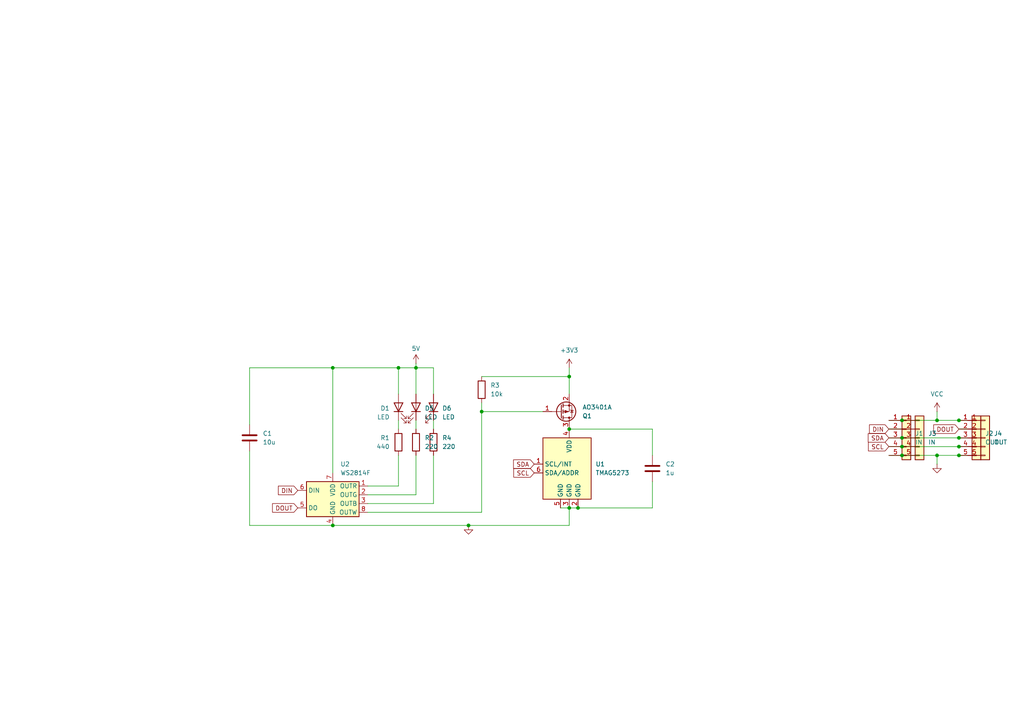
<source format=kicad_sch>
(kicad_sch (version 20231120) (generator "eeschema") (generator_version "8.0")
  (paper "A4")
  (lib_symbols
    (symbol "Connector_Generic:Conn_01x05" (pin_names (offset 1.016) hide)
      (property "Reference" "J" (at 0 7.62 0))
      (property "Value" "Conn_01x05" (at 0 -7.62 0))
      (symbol "Conn_01x05_1_1"
        (rectangle (start -1.27 -4.953) (end 0 -5.207) (stroke (width 0.1524)))
        (rectangle (start -1.27 -2.413) (end 0 -2.667) (stroke (width 0.1524)))
        (rectangle (start -1.27 0.127) (end 0 -0.127) (stroke (width 0.1524)))
        (rectangle (start -1.27 2.667) (end 0 2.413) (stroke (width 0.1524)))
        (rectangle (start -1.27 5.207) (end 0 4.953) (stroke (width 0.1524)))
        (rectangle (start -1.27 6.35) (end 1.27 -6.35) (stroke (width 0.254)) (fill (type background)))
        (pin passive line (at -5.08 5.08 0) (length 3.81) (name "Pin_1") (number "1"))
        (pin passive line (at -5.08 2.54 0) (length 3.81) (name "Pin_2") (number "2"))
        (pin passive line (at -5.08 0 0) (length 3.81) (name "Pin_3") (number "3"))
        (pin passive line (at -5.08 -2.54 0) (length 3.81) (name "Pin_4") (number "4"))
        (pin passive line (at -5.08 -5.08 0) (length 3.81) (name "Pin_5") (number "5"))
      )
    )
    (symbol "Device:C" (pin_numbers hide) (pin_names (offset 0.254))
      (property "Reference" "C" (at 0.635 2.54 0))
      (property "Value" "C" (at 0.635 -2.54 0))
      (symbol "C_0_1"
        (polyline (pts (xy -2.032 -0.762) (xy 2.032 -0.762)) (stroke (width 0.508)))
        (polyline (pts (xy -2.032 0.762) (xy 2.032 0.762)) (stroke (width 0.508)))
      )
      (symbol "C_1_1"
        (pin passive line (at 0 3.81 270) (length 2.794) (name "~") (number "1"))
        (pin passive line (at 0 -3.81 90) (length 2.794) (name "~") (number "2"))
      )
    )
    (symbol "Device:LED" (pin_numbers hide) (pin_names (offset 1.016) hide)
      (property "Reference" "D" (at 0 2.54 0))
      (property "Value" "LED" (at 0 -2.54 0))
      (symbol "LED_0_1"
        (polyline (pts (xy -1.27 -1.27) (xy -1.27 1.27)) (stroke (width 0.254)))
        (polyline (pts (xy -1.27 0) (xy 1.27 0)))
        (polyline (pts (xy 1.27 -1.27) (xy 1.27 1.27) (xy -1.27 0) (xy 1.27 -1.27)) (stroke (width 0.254)))
        (polyline (pts (xy -3.048 -0.762) (xy -4.572 -2.286) (xy -3.81 -2.286) (xy -4.572 -2.286) (xy -4.572 -1.524)))
        (polyline (pts (xy -1.778 -0.762) (xy -3.302 -2.286) (xy -2.54 -2.286) (xy -3.302 -2.286) (xy -3.302 -1.524)))
      )
      (symbol "LED_1_1"
        (pin passive line (at -3.81 0 0) (length 2.54) (name "K") (number "1"))
        (pin passive line (at 3.81 0 180) (length 2.54) (name "A") (number "2"))
      )
    )
    (symbol "Device:R" (pin_numbers hide) (pin_names (offset 0))
      (property "Reference" "R" (at 2.032 0 90))
      (property "Value" "R" (at 0 0 90))
      (symbol "R_0_1"
        (rectangle (start -1.016 -2.54) (end 1.016 2.54) (stroke (width 0.254)))
      )
      (symbol "R_1_1"
        (pin passive line (at 0 3.81 270) (length 1.27) (name "~") (number "1"))
        (pin passive line (at 0 -3.81 90) (length 1.27) (name "~") (number "2"))
      )
    )
    (symbol "Driver_LED:WS2811"
      (property "Reference" "U2" (at 2.1941 10.16 0))
      (property "Value" "WS2811" (at 2.1941 7.62 0))
      (symbol "WS2811_0_1"
        (rectangle (start -7.62 5.08) (end 7.62 -5.08) (stroke (width 0.254)) (fill (type background)))
      )
      (symbol "WS2811_1_1"
        (pin output line (at 10.16 3.81 180) (length 2.54) (name "OUTR") (number "1"))
        (pin output line (at 10.16 1.27 180) (length 2.54) (name "OUTG") (number "2"))
        (pin output line (at 10.16 -1.27 180) (length 2.54) (name "OUTB") (number "3"))
        (pin power_in line (at 0 -7.62 90) (length 2.54) (name "GND") (number "4"))
        (pin output line (at -10.16 -2.54 0) (length 2.54) (name "DO") (number "5"))
        (pin input line (at -10.16 2.54 0) (length 2.54) (name "DIN") (number "6"))
        (pin power_in line (at 0 7.62 270) (length 2.54) (name "VDD") (number "7"))
        (pin output line (at 10.16 -3.81 180) (length 2.54) (name "OUTW") (number "8"))
      )
    )
    (symbol "Sensor_Magnetic:TLV493D"
      (property "Reference" "U" (at -6.35 11.43 0))
      (property "Value" "TLV493D" (at 5.08 11.43 0))
      (symbol "TLV493D_0_1"
        (rectangle (start -7.62 10.16) (end 6.35 -7.62) (stroke (width 0.254)) (fill (type background)))
      )
      (symbol "TLV493D_1_1"
        (pin bidirectional line (at -10.16 2.54 0) (length 2.54) (name "SCL/INT") (number "1"))
        (pin power_in line (at 2.54 -10.16 90) (length 2.54) (name "GND") (number "2"))
        (pin power_in line (at 0 -10.16 90) (length 2.54) (name "GND") (number "3"))
        (pin power_in line (at 0 12.7 270) (length 2.54) (name "VDD") (number "4"))
        (pin power_in line (at -2.54 -10.16 90) (length 2.54) (name "GND") (number "5"))
        (pin bidirectional line (at -10.16 0 0) (length 2.54) (name "SDA/ADDR") (number "6"))
      )
    )
    (symbol "Transistor_FET:AO3401A" (pin_names hide)
      (property "Reference" "Q" (at 5.08 1.905 0))
      (property "Value" "AO3401A" (at 5.08 0 0))
      (symbol "AO3401A_0_1"
        (polyline (pts (xy 0.254 0) (xy -2.54 0)))
        (polyline (pts (xy 0.254 1.905) (xy 0.254 -1.905)) (stroke (width 0.254)))
        (polyline (pts (xy 0.762 -1.27) (xy 0.762 -2.286)) (stroke (width 0.254)))
        (polyline (pts (xy 0.762 0.508) (xy 0.762 -0.508)) (stroke (width 0.254)))
        (polyline (pts (xy 0.762 2.286) (xy 0.762 1.27)) (stroke (width 0.254)))
        (polyline (pts (xy 2.54 2.54) (xy 2.54 1.778)))
        (polyline (pts (xy 2.54 -2.54) (xy 2.54 0) (xy 0.762 0)))
        (polyline (pts (xy 0.762 1.778) (xy 3.302 1.778) (xy 3.302 -1.778) (xy 0.762 -1.778)))
        (polyline (pts (xy 2.286 0) (xy 1.27 0.381) (xy 1.27 -0.381) (xy 2.286 0)) (fill (type outline)))
        (polyline (pts (xy 2.794 -0.508) (xy 2.921 -0.381) (xy 3.683 -0.381) (xy 3.81 -0.254)))
        (polyline (pts (xy 3.302 -0.381) (xy 2.921 0.254) (xy 3.683 0.254) (xy 3.302 -0.381)))
        (circle (center 1.651 0) (radius 2.794) (stroke (width 0.254)))
        (circle (center 2.54 -1.778) (radius 0.254) (fill (type outline)))
        (circle (center 2.54 1.778) (radius 0.254) (fill (type outline)))
      )
      (symbol "AO3401A_1_1"
        (pin input line (at -5.08 0 0) (length 2.54) (name "G") (number "1"))
        (pin passive line (at 2.54 -5.08 90) (length 2.54) (name "S") (number "2"))
        (pin passive line (at 2.54 5.08 270) (length 2.54) (name "D") (number "3"))
      )
    )
    (symbol "power:+3V3" (power) (pin_numbers hide) (pin_names (offset 0) hide)
      (property "Value" "+3V3" (at 0 3.556 0))
      (symbol "+3V3_0_1"
        (polyline (pts (xy -0.762 1.27) (xy 0 2.54)))
        (polyline (pts (xy 0 0) (xy 0 2.54)))
        (polyline (pts (xy 0 2.54) (xy 0.762 1.27)))
      )
      (symbol "+3V3_1_1"
        (pin power_in line (at 0 0 90) (length 0) (name "~") (number "1"))
      )
    )
    (symbol "power:GND" (power) (pin_numbers hide) (pin_names (offset 0) hide)
      (property "Value" "GND" (at 0 -3.81 0))
      (symbol "GND_0_1"
        (polyline (pts (xy 0 0) (xy 0 -1.27) (xy 1.27 -1.27) (xy 0 -2.54) (xy -1.27 -1.27) (xy 0 -1.27)))
      )
      (symbol "GND_1_1"
        (pin power_in line (at 0 0 270) (length 0) (name "~") (number "1"))
      )
    )
    (symbol "power:VCC" (power) (pin_numbers hide) (pin_names (offset 0) hide)
      (property "Value" "VCC" (at 0 3.556 0))
      (symbol "VCC_0_1"
        (polyline (pts (xy -0.762 1.27) (xy 0 2.54)))
        (polyline (pts (xy 0 0) (xy 0 2.54)))
        (polyline (pts (xy 0 2.54) (xy 0.762 1.27)))
      )
      (symbol "VCC_1_1"
        (pin power_in line (at 0 0 90) (length 0) (name "~") (number "1"))
      )
    )
  )
  (junction (at 261.62 127))
  (junction (at 115.57 106.68))
  (junction (at 278.13 132.08))
  (junction (at 165.1 124.46))
  (junction (at 96.52 106.68))
  (junction (at 261.62 132.08))
  (junction (at 271.78 132.08))
  (junction (at 165.1 109.22))
  (junction (at 135.89 152.4))
  (junction (at 139.7 119.38))
  (junction (at 165.1 147.32))
  (junction (at 278.13 129.54))
  (junction (at 261.62 129.54))
  (junction (at 96.52 152.4))
  (junction (at 271.78 121.92))
  (junction (at 120.65 106.68))
  (junction (at 167.64 147.32))
  (junction (at 278.13 121.92))
  (junction (at 278.13 127))
  (junction (at 261.62 121.92))
  (wire (pts (xy 96.52 106.68) (xy 115.57 106.68)))
  (wire (pts (xy 139.7 109.22) (xy 165.1 109.22)))
  (wire (pts (xy 115.57 106.68) (xy 120.65 106.68)))
  (wire (pts (xy 165.1 147.32) (xy 165.1 152.4)))
  (wire (pts (xy 125.73 106.68) (xy 120.65 106.68)))
  (wire (pts (xy 72.39 152.4) (xy 96.52 152.4)))
  (wire (pts (xy 261.62 127) (xy 278.13 127)))
  (wire (pts (xy 165.1 106.68) (xy 165.1 109.22)))
  (wire (pts (xy 257.81 121.92) (xy 261.62 121.92)))
  (wire (pts (xy 271.78 132.08) (xy 278.13 132.08)))
  (wire (pts (xy 106.68 143.51) (xy 120.65 143.51)))
  (wire (pts (xy 120.65 105.41) (xy 120.65 106.68)))
  (wire (pts (xy 278.13 129.54) (xy 280.67 129.54)))
  (wire (pts (xy 261.62 121.92) (xy 271.78 121.92)))
  (wire (pts (xy 257.81 132.08) (xy 261.62 132.08)))
  (wire (pts (xy 261.62 129.54) (xy 278.13 129.54)))
  (wire (pts (xy 261.62 132.08) (xy 271.78 132.08)))
  (wire (pts (xy 125.73 146.05) (xy 125.73 132.08)))
  (wire (pts (xy 165.1 147.32) (xy 167.64 147.32)))
  (wire (pts (xy 271.78 132.08) (xy 271.78 134.62)))
  (wire (pts (xy 271.78 121.92) (xy 278.13 121.92)))
  (wire (pts (xy 115.57 106.68) (xy 115.57 114.3)))
  (wire (pts (xy 106.68 140.97) (xy 115.57 140.97)))
  (wire (pts (xy 257.81 124.46) (xy 261.62 124.46)))
  (wire (pts (xy 165.1 124.46) (xy 189.23 124.46)))
  (wire (pts (xy 115.57 121.92) (xy 115.57 124.46)))
  (wire (pts (xy 278.13 132.08) (xy 280.67 132.08)))
  (wire (pts (xy 106.68 146.05) (xy 125.73 146.05)))
  (wire (pts (xy 72.39 106.68) (xy 96.52 106.68)))
  (wire (pts (xy 278.13 127) (xy 280.67 127)))
  (wire (pts (xy 278.13 124.46) (xy 280.67 124.46)))
  (wire (pts (xy 115.57 140.97) (xy 115.57 132.08)))
  (wire (pts (xy 257.81 129.54) (xy 261.62 129.54)))
  (wire (pts (xy 72.39 123.19) (xy 72.39 106.68)))
  (wire (pts (xy 120.65 121.92) (xy 120.65 124.46)))
  (wire (pts (xy 139.7 116.84) (xy 139.7 119.38)))
  (wire (pts (xy 189.23 124.46) (xy 189.23 132.08)))
  (wire (pts (xy 125.73 106.68) (xy 125.73 114.3)))
  (wire (pts (xy 162.56 147.32) (xy 165.1 147.32)))
  (wire (pts (xy 125.73 121.92) (xy 125.73 124.46)))
  (wire (pts (xy 72.39 130.81) (xy 72.39 152.4)))
  (wire (pts (xy 139.7 119.38) (xy 157.48 119.38)))
  (wire (pts (xy 135.89 152.4) (xy 165.1 152.4)))
  (wire (pts (xy 271.78 119.38) (xy 271.78 121.92)))
  (wire (pts (xy 189.23 139.7) (xy 189.23 147.32)))
  (wire (pts (xy 106.68 148.59) (xy 139.7 148.59)))
  (wire (pts (xy 120.65 143.51) (xy 120.65 132.08)))
  (wire (pts (xy 278.13 121.92) (xy 280.67 121.92)))
  (wire (pts (xy 96.52 106.68) (xy 96.52 137.16)))
  (wire (pts (xy 167.64 147.32) (xy 189.23 147.32)))
  (wire (pts (xy 96.52 152.4) (xy 135.89 152.4)))
  (wire (pts (xy 165.1 109.22) (xy 165.1 114.3)))
  (wire (pts (xy 257.81 127) (xy 261.62 127)))
  (wire (pts (xy 120.65 106.68) (xy 120.65 114.3)))
  (wire (pts (xy 139.7 119.38) (xy 139.7 148.59)))
  (global_label "SCL" (shape input) (at 154.94 137.16 180) (property "Intersheetrefs" "${INTERSHEET_REFS}" (effects (hide yes))))
  (global_label "SDA" (shape input) (at 154.94 134.62 180) (property "Intersheetrefs" "${INTERSHEET_REFS}" (effects (hide yes))))
  (global_label "SDA" (shape input) (at 257.81 127 180) (property "Intersheetrefs" "${INTERSHEET_REFS}" (effects (hide yes))))
  (global_label "DOUT" (shape input) (at 86.36 147.32 180) (property "Intersheetrefs" "${INTERSHEET_REFS}" (effects (hide yes))))
  (global_label "DIN" (shape input) (at 257.81 124.46 180) (property "Intersheetrefs" "${INTERSHEET_REFS}" (effects (hide yes))))
  (global_label "SCL" (shape input) (at 257.81 129.54 180) (property "Intersheetrefs" "${INTERSHEET_REFS}" (effects (hide yes))))
  (global_label "DOUT" (shape input) (at 278.13 124.46 180) (property "Intersheetrefs" "${INTERSHEET_REFS}" (effects (hide yes))))
  (global_label "DIN" (shape input) (at 86.36 142.24 180) (property "Intersheetrefs" "${INTERSHEET_REFS}" (effects (hide yes))))
  (symbol (lib_id "Connector_Generic:Conn_01x05") (at 266.7 127 0) (unit 1)
    (property "Reference" "J3" (at 269.24 125.7299 0) (effects (justify left)))
    (property "Value" "IN" (at 269.24 128.2699 0) (effects (justify left)))
    (property "Footprint" "Connector_PinSocket_2.54mm:PinSocket_1x05_P2.54mm_Vertical" (effects (hide yes)))
    (property "Description" "Generic connector, single row, 01x05, script generated (kicad-library-utils/schlib/autogen/connector/)" (effects (hide yes)))
  )
  (symbol (lib_id "Connector_Generic:Conn_01x05") (at 285.75 127 0) (unit 1)
    (property "Reference" "J4" (at 288.29 125.7299 0) (effects (justify left)))
    (property "Value" "OUT" (at 288.29 128.2699 0) (effects (justify left)))
    (property "Footprint" "Connector_PinHeader_2.54mm:PinHeader_1x05_P2.54mm_Vertical" (effects (hide yes)))
    (property "Description" "Generic connector, single row, 01x05, script generated (kicad-library-utils/schlib/autogen/connector/)" (effects (hide yes)))
  )
  (symbol (lib_id "Connector_Generic:Conn_01x05") (at 283.21 127 0) (unit 1)
    (property "Reference" "J2" (at 285.75 125.7299 0) (effects (justify left)))
    (property "Value" "OUT" (at 285.75 128.2699 0) (effects (justify left)))
    (property "Footprint" "Connector_PinHeader_2.54mm:PinHeader_1x05_P2.54mm_Vertical" (effects (hide yes)))
    (property "Description" "Generic connector, single row, 01x05, script generated (kicad-library-utils/schlib/autogen/connector/)" (effects (hide yes)))
  )
  (symbol (lib_id "power:VCC") (at 120.65 105.41 0) (unit 1)
    (property "Reference" "#PWR01" (effects (hide yes)))
    (property "Value" "5V" (at 119.38 101.092 0) (effects (justify left)))
    (property "Description" "Power symbol creates a global label with name \"VCC\"" (effects (hide yes)))
  )
  (symbol (lib_id "power:VCC") (at 271.78 119.38 0) (unit 1)
    (property "Reference" "#PWR05" (effects (hide yes)))
    (property "Value" "VCC" (at 271.78 114.3 0))
    (property "Description" "Power symbol creates a global label with name \"VCC\"" (effects (hide yes)))
  )
  (symbol (lib_id "Device:LED") (at 115.57 118.11 90) (unit 1)
    (property "Reference" "D1" (at 113.03 118.4274 90) (effects (justify left)))
    (property "Value" "LED" (at 113.03 120.9674 90) (effects (justify left)))
    (property "Footprint" "Capacitor_SMD:C_0603_1608Metric_Pad1.08x0.95mm_HandSolder" (effects (hide yes)))
    (property "Description" "Light emitting diode" (effects (hide yes)))
  )
  (symbol (lib_id "Transistor_FET:AO3401A") (at 162.56 119.38 0) (mirror x) (unit 1)
    (property "Reference" "Q1" (at 168.91 120.6501 0) (effects (justify left)))
    (property "Value" "AO3401A" (at 168.91 118.1101 0) (effects (justify left)))
    (property "Footprint" "Package_TO_SOT_SMD:SOT-23_Handsoldering" (effects (hide yes)))
    (property "Datasheet" "http://www.aosmd.com/pdfs/datasheet/AO3401A.pdf" (effects (hide yes)))
    (property "Description" "-4.0A Id, -30V Vds, P-Channel MOSFET, SOT-23" (effects (hide yes)))
  )
  (symbol (lib_id "Device:C") (at 72.39 127 0) (unit 1)
    (property "Reference" "C1" (at 76.2 125.7299 0) (effects (justify left)))
    (property "Value" "10u" (at 76.2 128.2699 0) (effects (justify left)))
    (property "Footprint" "Capacitor_SMD:C_0603_1608Metric_Pad1.08x0.95mm_HandSolder" (effects (hide yes)))
    (property "Description" "Unpolarized capacitor" (effects (hide yes)))
  )
  (symbol (lib_id "Device:R") (at 120.65 128.27 0) (unit 1)
    (property "Reference" "R2" (at 123.19 126.9999 0) (effects (justify left)))
    (property "Value" "220" (at 123.19 129.5399 0) (effects (justify left)))
    (property "Footprint" "Capacitor_SMD:C_0603_1608Metric_Pad1.08x0.95mm_HandSolder" (effects (hide yes)))
    (property "Description" "Resistor" (effects (hide yes)))
  )
  (symbol (lib_id "Device:C") (at 189.23 135.89 0) (unit 1)
    (property "Reference" "C2" (at 193.04 134.6199 0) (effects (justify left)))
    (property "Value" "1u" (at 193.04 137.1599 0) (effects (justify left)))
    (property "Footprint" "Capacitor_SMD:C_0603_1608Metric_Pad1.08x0.95mm_HandSolder" (effects (hide yes)))
    (property "Description" "Unpolarized capacitor" (effects (hide yes)))
  )
  (symbol (lib_id "power:GND") (at 135.89 152.4 0) (unit 1)
    (property "Reference" "#PWR02" (effects (hide yes)))
    (property "Value" "GND" (effects (hide yes)))
    (property "Description" "Power symbol creates a global label with name \"GND\" , ground" (effects (hide yes)))
  )
  (symbol (lib_id "Device:LED") (at 120.65 118.11 270) (mirror x) (unit 1)
    (property "Reference" "D5" (at 123.19 118.4274 90) (effects (justify left)))
    (property "Value" "LED" (at 123.19 120.9674 90) (effects (justify left)))
    (property "Footprint" "Capacitor_SMD:C_0603_1608Metric_Pad1.08x0.95mm_HandSolder" (effects (hide yes)))
    (property "Description" "Light emitting diode" (effects (hide yes)))
  )
  (symbol (lib_id "Device:R") (at 125.73 128.27 0) (unit 1)
    (property "Reference" "R4" (at 128.27 126.9999 0) (effects (justify left)))
    (property "Value" "220" (at 128.27 129.5399 0) (effects (justify left)))
    (property "Footprint" "Capacitor_SMD:C_0603_1608Metric_Pad1.08x0.95mm_HandSolder" (effects (hide yes)))
    (property "Description" "Resistor" (effects (hide yes)))
  )
  (symbol (lib_id "Connector_Generic:Conn_01x05") (at 262.89 127 0) (unit 1)
    (property "Reference" "J1" (at 265.43 125.7299 0) (effects (justify left)))
    (property "Value" "IN" (at 265.43 128.2699 0) (effects (justify left)))
    (property "Footprint" "Connector_PinSocket_2.54mm:PinSocket_1x05_P2.54mm_Vertical" (effects (hide yes)))
    (property "Description" "Generic connector, single row, 01x05, script generated (kicad-library-utils/schlib/autogen/connector/)" (effects (hide yes)))
  )
  (symbol (lib_id "power:+3V3") (at 165.1 106.68 0) (unit 1)
    (property "Reference" "#PWR03" (effects (hide yes)))
    (property "Value" "+3V3" (at 165.1 101.6 0))
    (property "Description" "Power symbol creates a global label with name \"+3V3\"" (effects (hide yes)))
  )
  (symbol (lib_id "power:GND") (at 271.78 134.62 0) (unit 1)
    (property "Reference" "#PWR04" (effects (hide yes)))
    (property "Value" "GND" (effects (hide yes)))
    (property "Description" "Power symbol creates a global label with name \"GND\" , ground" (effects (hide yes)))
  )
  (symbol (lib_id "Device:R") (at 115.57 128.27 0) (mirror y) (unit 1)
    (property "Reference" "R1" (at 113.03 126.9999 0) (effects (justify left)))
    (property "Value" "440" (at 113.03 129.5399 0) (effects (justify left)))
    (property "Footprint" "Capacitor_SMD:C_0603_1608Metric_Pad1.08x0.95mm_HandSolder" (effects (hide yes)))
    (property "Description" "Resistor" (effects (hide yes)))
  )
  (symbol (lib_id "Device:R") (at 139.7 113.03 180) (unit 1)
    (property "Reference" "R3" (at 142.24 111.7599 0) (effects (justify right)))
    (property "Value" "10k" (at 142.24 114.2999 0) (effects (justify right)))
    (property "Footprint" "Resistor_SMD:R_0603_1608Metric_Pad0.98x0.95mm_HandSolder" (effects (hide yes)))
    (property "Description" "Resistor" (effects (hide yes)))
  )
  (symbol (lib_id "Driver_LED:WS2811") (at 96.52 144.78 0) (unit 1)
    (property "Reference" "U2" (at 98.7141 134.62 0) (effects (justify left)))
    (property "Value" "WS2814F" (at 98.7141 137.16 0) (effects (justify left)))
    (property "Footprint" "Package_TO_SOT_SMD:SOT-23-8_Handsoldering" (effects (hide yes)))
    (property "Datasheet" "https://cdn-shop.adafruit.com/datasheets/WS2811.pdf" (effects (hide yes)))
    (property "Description" "3-Channel 8-Bit PWM LED Driver, DIP-8/SOIC-8" (effects (hide yes)))
  )
  (symbol (lib_id "Sensor_Magnetic:TLV493D") (at 165.1 137.16 0) (unit 1)
    (property "Reference" "U1" (at 172.72 134.6199 0) (effects (justify left)))
    (property "Value" "TMAG5273" (at 172.72 137.1599 0) (effects (justify left)))
    (property "Footprint" "Package_TO_SOT_SMD:SOT-23-6_Handsoldering" (effects (hide yes)))
    (property "Datasheet" "http://www.infineon.com/dgdl/Infineon-TLV493D-A1B6-DS-v01_00-EN.pdf?fileId=5546d462525dbac40152a6b85c760e80" (effects (hide yes)))
    (property "Description" "Low power 3D magnetic sensor, I2C interface, SOT-23-6" (effects (hide yes)))
  )
  (symbol (lib_id "Device:LED") (at 125.73 118.11 270) (mirror x) (unit 1)
    (property "Reference" "D6" (at 128.27 118.4274 90) (effects (justify left)))
    (property "Value" "LED" (at 128.27 120.9674 90) (effects (justify left)))
    (property "Footprint" "Capacitor_SMD:C_0603_1608Metric_Pad1.08x0.95mm_HandSolder" (effects (hide yes)))
    (property "Description" "Light emitting diode" (effects (hide yes)))
  )
)
</source>
